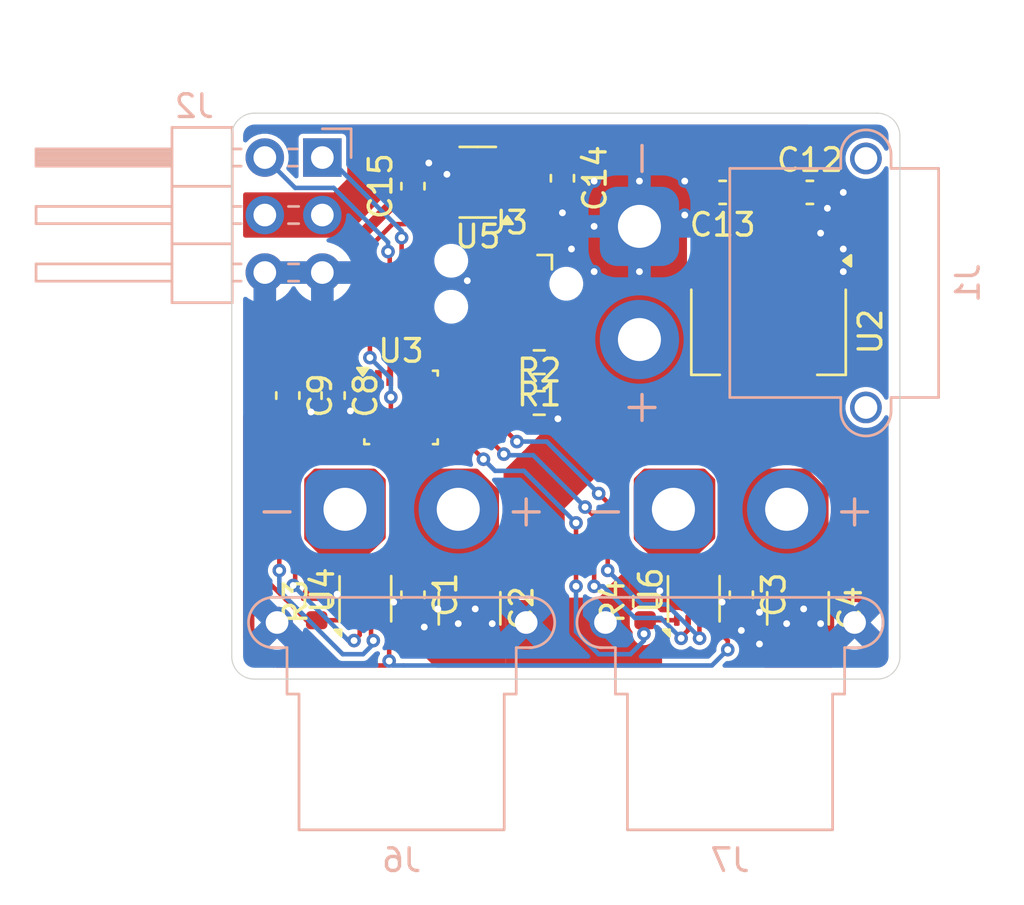
<source format=kicad_pcb>
(kicad_pcb (version 20241229) (generator "pcbnew") (generator_version "9.0")
  (layers (0 "F.Cu" signal) (2 "B.Cu" signal) (13 "F.Paste" user) (15 "B.Paste" user) (5 "F.SilkS" user "F.Silkscreen") (7 "B.SilkS" user "B.Silkscreen") (1 "F.Mask" user) (3 "B.Mask" user) (25 "Edge.Cuts" user))
  (net 0 "")
  (net 1 "GND")
  (net 2 "+BATT")
  (net 3 "+3V3")
  (net 4 "+5V")
  (net 5 "/SWCLK")
  (net 6 "/SWDIO")
  (net 8 "/~{RESET}")
  (net 9 "/BATT_SENSE")
  (net 10 "/DRV1_ISENSE")
  (net 11 "/DRV2_IN1")
  (net 12 "/DRV2_ISENSE")
  (net 14 "/RX_CH2")
  (net 15 "/DRV1_IN1")
  (net 16 "/RX_CH1")
  (net 18 "/DRV1_IN2")
  (net 19 "/DRV2_IN2")
  (net 23 "/DRV1_OUT1")
  (net 24 "/DRV1_OUT2")
  (net 25 "/DRV2_OUT2")
  (net 26 "/DRV2_OUT1")
  (footprint "Capacitor_SMD:C_0603_1608Metric" (layer "F.Cu") (at 145.525 78.5)
    (property "Reference" "C12" (at 0 -1.43 0) (layer "F.SilkS"))
    (property "Value" "22u")
    (pad "1" smd roundrect (at -0.775 0) (size 0.9 0.95) (layers "F.Cu" "F.Mask" "F.Paste") (net 4 "+5V"))
    (pad "2" smd roundrect (at 0.775 0) (size 0.9 0.95) (layers "F.Cu" "F.Mask" "F.Paste") (net 1 "GND"))
  )
  (footprint "Package_DFN_QFN:ST_UFQFPN-20_3x3mm_P0.5mm" (layer "F.Cu") (at 127.475 88)
    (property "Reference" "U3" (at 0 -2.5 0) (layer "F.SilkS"))
    (property "Value" "STM32C011F4Ux")
    (pad "1" smd custom (at -1.475 -1) (size 0.35 0.3) (layers "F.Cu" "F.Mask" "F.Paste") (options (clearance outline) (anchor rect)) (primitives (gr_poly (pts (xy 0.325 0) (xy 0.325 0.15) (xy 0.175 0.15) (xy 0.175 -0.15)) (width 0) (fill yes))))
    (pad "2" smd rect (at -1.3 -0.5) (size 0.7 0.3) (layers "F.Cu" "F.Mask" "F.Paste") (net 3 "+3V3"))
    (pad "3" smd rect (at -1.3 0) (size 0.7 0.3) (layers "F.Cu" "F.Mask" "F.Paste") (net 1 "GND"))
    (pad "4" smd rect (at -1.3 0.5) (size 0.7 0.3) (layers "F.Cu" "F.Mask" "F.Paste") (net 8 "/~{RESET}"))
    (pad "5" smd custom (at -1.475 1) (size 0.35 0.3) (layers "F.Cu" "F.Mask" "F.Paste") (net 10 "/DRV1_ISENSE") (options (clearance outline) (anchor rect)) (primitives (gr_poly (pts (xy 0.325 0) (xy 0.175 0.15) (xy 0.175 -0.15) (xy 0.325 -0.15)) (width 0) (fill yes))))
    (pad "6" smd custom (at -1 1.475) (size 0.3 0.35) (layers "F.Cu" "F.Mask" "F.Paste") (net 15 "/DRV1_IN1") (options (clearance outline) (anchor rect)) (primitives (gr_poly (pts (xy 0.15 -0.175) (xy -0.15 -0.175) (xy 0 -0.325) (xy 0.15 -0.325)) (width 0) (fill yes))))
    (pad "7" smd rect (at -0.5 1.3) (size 0.3 0.7) (layers "F.Cu" "F.Mask" "F.Paste") (net 18 "/DRV1_IN2"))
    (pad "8" smd rect (at 0 1.3) (size 0.3 0.7) (layers "F.Cu" "F.Mask" "F.Paste"))
    (pad "9" smd rect (at 0.5 1.3) (size 0.3 0.7) (layers "F.Cu" "F.Mask" "F.Paste"))
    (pad "10" smd custom (at 1 1.475) (size 0.3 0.35) (layers "F.Cu" "F.Mask" "F.Paste") (options (clearance outline) (anchor rect)) (primitives (gr_poly (pts (xy 0.15 -0.175) (xy -0.15 -0.175) (xy -0.15 -0.325) (xy 0 -0.325)) (width 0) (fill yes))))
    (pad "11" smd custom (at 1.475 1) (size 0.35 0.3) (layers "F.Cu" "F.Mask" "F.Paste") (options (clearance outline) (anchor rect)) (primitives (gr_poly (pts (xy -0.175 0.15) (xy -0.325 0) (xy -0.325 -0.15) (xy -0.175 -0.15)) (width 0) (fill yes))))
    (pad "12" smd rect (at 1.3 0.5) (size 0.7 0.3) (layers "F.Cu" "F.Mask" "F.Paste") (net 12 "/DRV2_ISENSE"))
    (pad "13" smd rect (at 1.3 0) (size 0.7 0.3) (layers "F.Cu" "F.Mask" "F.Paste") (net 19 "/DRV2_IN2"))
    (pad "14" smd rect (at 1.3 -0.5) (size 0.7 0.3) (layers "F.Cu" "F.Mask" "F.Paste") (net 11 "/DRV2_IN1"))
    (pad "15" smd custom (at 1.475 -1) (size 0.35 0.3) (layers "F.Cu" "F.Mask" "F.Paste") (net 9 "/BATT_SENSE") (options (clearance outline) (anchor rect)) (primitives (gr_poly (pts (xy -0.175 0.15) (xy -0.325 0.15) (xy -0.325 0) (xy -0.175 -0.15)) (width 0) (fill yes))))
    (pad "16" smd custom (at 1 -1.475) (size 0.3 0.35) (layers "F.Cu" "F.Mask" "F.Paste") (net 6 "/SWDIO") (options (clearance outline) (anchor rect)) (primitives (gr_poly (pts (xy 0 0.325) (xy -0.15 0.325) (xy -0.15 0.175) (xy 0.15 0.175)) (width 0) (fill yes))))
    (pad "17" smd rect (at 0.5 -1.3) (size 0.3 0.7) (layers "F.Cu" "F.Mask" "F.Paste") (net 5 "/SWCLK"))
    (pad "18" smd rect (at 0 -1.3) (size 0.3 0.7) (layers "F.Cu" "F.Mask" "F.Paste") (net 14 "/RX_CH2"))
    (pad "19" smd rect (at -0.5 -1.3) (size 0.3 0.7) (layers "F.Cu" "F.Mask" "F.Paste") (net 16 "/RX_CH1"))
    (pad "20" smd custom (at -1 -1.475) (size 0.3 0.35) (layers "F.Cu" "F.Mask" "F.Paste") (options (clearance outline) (anchor rect)) (primitives (gr_poly (pts (xy 0.15 0.325) (xy 0 0.325) (xy -0.15 0.175) (xy 0.15 0.175)) (width 0) (fill yes))))
  )
  (footprint "Package_SON:WSON-8-1EP_2x2mm_P0.5mm_EP0.9x1.6mm" (layer "F.Cu") (at 140.4 96.45 90)
    (property "Reference" "U6" (at 0.38 -1.9 90) (layer "F.SilkS"))
    (property "Value" "DRV8231ADSGR")
    (pad "1" smd roundrect (at -0.95 -0.75 90) (size 0.5 0.25) (layers "F.Cu" "F.Mask" "F.Paste") (net 12 "/DRV2_ISENSE"))
    (pad "2" smd roundrect (at -0.95 -0.25 90) (size 0.5 0.25) (layers "F.Cu" "F.Mask" "F.Paste") (net 19 "/DRV2_IN2"))
    (pad "3" smd roundrect (at -0.95 0.25 90) (size 0.5 0.25) (layers "F.Cu" "F.Mask" "F.Paste") (net 11 "/DRV2_IN1"))
    (pad "4" smd roundrect (at -0.95 0.75 90) (size 0.5 0.25) (layers "F.Cu" "F.Mask" "F.Paste") (net 3 "+3V3"))
    (pad "5" smd roundrect (at 0.95 0.75 90) (size 0.5 0.25) (layers "F.Cu" "F.Mask" "F.Paste") (net 2 "+BATT"))
    (pad "6" smd roundrect (at 0.95 0.25 90) (size 0.5 0.25) (layers "F.Cu" "F.Mask" "F.Paste") (net 26 "/DRV2_OUT1"))
    (pad "7" smd roundrect (at 0.95 -0.25 90) (size 0.5 0.25) (layers "F.Cu" "F.Mask" "F.Paste") (net 1 "GND"))
    (pad "8" smd roundrect (at 0.95 -0.75 90) (size 0.5 0.25) (layers "F.Cu" "F.Mask" "F.Paste") (net 25 "/DRV2_OUT2"))
    (pad "9" smd rect (at 0 0 90) (size 0.9 1.6) (layers "F.Cu" "F.Mask") (net 1 "GND"))
  )
  (footprint "Package_TO_SOT_SMD:SOT-23-5" (layer "F.Cu") (at 130.8625 78.05 180)
    (property "Reference" "U5" (at 0 -2.4 0) (layer "F.SilkS"))
    (property "Value" "TLV77133PDBVR")
    (pad "1" smd roundrect (at -1.1375 -0.95 180) (size 1.325 0.6) (layers "F.Cu" "F.Mask" "F.Paste") (net 4 "+5V"))
    (pad "2" smd roundrect (at -1.1375 0 180) (size 1.325 0.6) (layers "F.Cu" "F.Mask" "F.Paste"))
    (pad "3" smd roundrect (at -1.1375 0.95 180) (size 1.325 0.6) (layers "F.Cu" "F.Mask" "F.Paste") (net 4 "+5V"))
    (pad "4" smd roundrect (at 1.1375 0.95 180) (size 1.325 0.6) (layers "F.Cu" "F.Mask" "F.Paste") (net 1 "GND"))
    (pad "5" smd roundrect (at 1.1375 -0.95 180) (size 1.325 0.6) (layers "F.Cu" "F.Mask" "F.Paste") (net 3 "+3V3"))
  )
  (footprint "Package_TO_SOT_SMD:SOT-223-3_TabPin2" (layer "F.Cu") (at 143.7 84.65 -90)
    (property "Reference" "U2" (at 0 -4.5 90) (layer "F.SilkS"))
    (property "Value" "AZ1117-5.0")
    (pad "1" smd roundrect (at -3.15 -2.3 270) (size 2 1.5) (layers "F.Cu" "F.Mask" "F.Paste") (net 1 "GND"))
    (pad "2" smd roundrect (at -3.15 0 270) (size 2 1.5) (layers "F.Cu" "F.Mask" "F.Paste") (net 4 "+5V"))
    (pad "2" smd roundrect (at 3.15 0 270) (size 2 3.8) (layers "F.Cu" "F.Mask" "F.Paste") (net 4 "+5V"))
    (pad "3" smd roundrect (at -3.15 2.3 270) (size 2 1.5) (layers "F.Cu" "F.Mask" "F.Paste") (net 2 "+BATT"))
  )
  (footprint "Resistor_SMD:R_0603_1608Metric" (layer "F.Cu") (at 138.25 96.575 90)
    (property "Reference" "R4" (at 0 -1.43 90) (layer "F.SilkS"))
    (property "Value" "750")
    (pad "1" smd roundrect (at -0.825 0 90) (size 0.8 0.95) (layers "F.Cu" "F.Mask" "F.Paste") (net 12 "/DRV2_ISENSE"))
    (pad "2" smd roundrect (at 0.825 0 90) (size 0.8 0.95) (layers "F.Cu" "F.Mask" "F.Paste") (net 1 "GND"))
  )
  (footprint "Resistor_SMD:R_0603_1608Metric" (layer "F.Cu") (at 133.575 87.8)
    (property "Reference" "R2" (at 0 -1.43 0) (layer "F.SilkS"))
    (property "Value" "10k")
    (pad "1" smd roundrect (at -0.825 0) (size 0.8 0.95) (layers "F.Cu" "F.Mask" "F.Paste") (net 9 "/BATT_SENSE"))
    (pad "2" smd roundrect (at 0.825 0) (size 0.8 0.95) (layers "F.Cu" "F.Mask" "F.Paste") (net 1 "GND"))
  )
  (footprint "Capacitor_SMD:C_0603_1608Metric" (layer "F.Cu") (at 128 78.225 90)
    (property "Reference" "C15" (at 0 -1.43 90) (layer "F.SilkS"))
    (property "Value" "1u")
    (pad "1" smd roundrect (at -0.775 0 90) (size 0.9 0.95) (layers "F.Cu" "F.Mask" "F.Paste") (net 3 "+3V3"))
    (pad "2" smd roundrect (at 0.775 0 90) (size 0.9 0.95) (layers "F.Cu" "F.Mask" "F.Paste") (net 1 "GND"))
  )
  (footprint "Capacitor_SMD:C_0603_1608Metric" (layer "F.Cu") (at 134.6 77.875 -90)
    (property "Reference" "C14" (at 0 -1.43 90) (layer "F.SilkS"))
    (property "Value" "1u")
    (pad "1" smd roundrect (at -0.775 0 270) (size 0.9 0.95) (layers "F.Cu" "F.Mask" "F.Paste") (net 4 "+5V"))
    (pad "2" smd roundrect (at 0.775 0 270) (size 0.9 0.95) (layers "F.Cu" "F.Mask" "F.Paste") (net 1 "GND"))
  )
  (footprint "Capacitor_SMD:C_0603_1608Metric" (layer "F.Cu") (at 141.675 78.5 180)
    (property "Reference" "C13" (at 0 -1.43 0) (layer "F.SilkS"))
    (property "Value" "22u")
    (pad "1" smd roundrect (at -0.775 0 180) (size 0.9 0.95) (layers "F.Cu" "F.Mask" "F.Paste") (net 2 "+BATT"))
    (pad "2" smd roundrect (at 0.775 0 180) (size 0.9 0.95) (layers "F.Cu" "F.Mask" "F.Paste") (net 1 "GND"))
  )
  (footprint "Capacitor_SMD:C_1210_3225Metric" (layer "F.Cu") (at 130.5 96.875 -90)
    (property "Reference" "C2" (at 0 -2.3 90) (layer "F.SilkS"))
    (property "Value" "47u")
    (pad "1" smd roundrect (at -1.475 0 270) (size 1.15 2.7) (layers "F.Cu" "F.Mask" "F.Paste") (roundrect_rratio 0.217391) (net 2 "+BATT"))
    (pad "2" smd roundrect (at 1.475 0 270) (size 1.15 2.7) (layers "F.Cu" "F.Mask" "F.Paste") (roundrect_rratio 0.217391) (net 1 "GND"))
  )
  (footprint "Resistor_SMD:R_0603_1608Metric" (layer "F.Cu") (at 123.75 96.575 90)
    (property "Reference" "R3" (at 0 -0.93 90) (layer "F.SilkS"))
    (property "Value" "750")
    (pad "1" smd roundrect (at -0.825 0 90) (size 0.8 0.95) (layers "F.Cu" "F.Mask" "F.Paste") (net 10 "/DRV1_ISENSE"))
    (pad "2" smd roundrect (at 0.825 0 90) (size 0.8 0.95) (layers "F.Cu" "F.Mask" "F.Paste") (net 1 "GND"))
  )
  (footprint "Capacitor_SMD:C_1210_3225Metric" (layer "F.Cu") (at 145 96.875 -90)
    (property "Reference" "C4" (at 0 -2.3 90) (layer "F.SilkS"))
    (property "Value" "47u")
    (pad "1" smd roundrect (at -1.475 0 270) (size 1.15 2.7) (layers "F.Cu" "F.Mask" "F.Paste") (roundrect_rratio 0.217391) (net 2 "+BATT"))
    (pad "2" smd roundrect (at 1.475 0 270) (size 1.15 2.7) (layers "F.Cu" "F.Mask" "F.Paste") (roundrect_rratio 0.217391) (net 1 "GND"))
  )
  (footprint "Capacitor_SMD:C_0603_1608Metric" (layer "F.Cu") (at 122.475 87.475 -90)
    (property "Reference" "C9" (at 0 -1.43 90) (layer "F.SilkS"))
    (property "Value" "4.7u")
    (pad "1" smd roundrect (at -0.775 0 270) (size 0.9 0.95) (layers "F.Cu" "F.Mask" "F.Paste") (net 3 "+3V3"))
    (pad "2" smd roundrect (at 0.775 0 270) (size 0.9 0.95) (layers "F.Cu" "F.Mask" "F.Paste") (net 1 "GND"))
  )
  (footprint "Connector:Tag-Connect_TC2030-IDC-NL_2x03_P1.27mm_Vertical" (layer "F.Cu") (at 132.23 82.535 180)
    (property "Reference" "J3" (at 0 2.7 0) (layer "F.SilkS"))
    (property "Value" "TC2030-NL")
    (pad "" np_thru_hole circle (at -2.54 0 180) (size 0.9906 0.9906) (drill 0.9906) (layers "*.Cu" "*.Mask"))
    (pad "" np_thru_hole circle (at 2.54 -1.016 180) (size 0.9906 0.9906) (drill 0.9906) (layers "*.Cu" "*.Mask"))
    (pad "" np_thru_hole circle (at 2.54 1.016 180) (size 0.9906 0.9906) (drill 0.9906) (layers "*.Cu" "*.Mask"))
    (pad "1" connect circle (at -1.27 0.635 180) (size 0.7874 0.7874) (layers "F.Cu" "F.Mask") (net 3 "+3V3"))
    (pad "2" connect circle (at -1.27 -0.635 180) (size 0.7874 0.7874) (layers "F.Cu" "F.Mask") (net 6 "/SWDIO"))
    (pad "3" connect circle (at 0 0.635 180) (size 0.7874 0.7874) (layers "F.Cu" "F.Mask") (net 8 "/~{RESET}"))
    (pad "4" connect circle (at 0 -0.635 180) (size 0.7874 0.7874) (layers "F.Cu" "F.Mask") (net 5 "/SWCLK"))
    (pad "5" connect circle (at 1.27 0.635 180) (size 0.7874 0.7874) (layers "F.Cu" "F.Mask") (net 1 "GND"))
    (pad "6" connect circle (at 1.27 -0.635 180) (size 0.7874 0.7874) (layers "F.Cu" "F.Mask"))
    (zone (net 0) (net_name "") (layer "F.Cu") (connect_pads (clearance 0)) (min_thickness 0.254)
      (keepout (tracks allowed) (vias not_allowed) (pads allowed) (copperpour not_allowed) (footprints not_allowed))
      (fill (thermal_gap 0.508) (thermal_bridge_width 0.508))
      (polygon (pts (xy 130.96 83.17) (xy 133.5 83.17) (xy 133.5 81.9) (xy 130.96 81.9)))
    )
  )
  (footprint "Capacitor_SMD:C_0603_1608Metric" (layer "F.Cu") (at 128 96.275 -90)
    (property "Reference" "C1" (at 0 -1.43 90) (layer "F.SilkS"))
    (property "Value" "100n")
    (pad "1" smd roundrect (at -0.775 0 270) (size 0.9 0.95) (layers "F.Cu" "F.Mask" "F.Paste") (net 2 "+BATT"))
    (pad "2" smd roundrect (at 0.775 0 270) (size 0.9 0.95) (layers "F.Cu" "F.Mask" "F.Paste") (net 1 "GND"))
  )
  (footprint "Package_SON:WSON-8-1EP_2x2mm_P0.5mm_EP0.9x1.6mm" (layer "F.Cu") (at 125.9 96.45 90)
    (property "Reference" "U4" (at 0.38 -1.9 90) (layer "F.SilkS"))
    (property "Value" "DRV8231ADSGR")
    (pad "1" smd roundrect (at -0.95 -0.75 90) (size 0.5 0.25) (layers "F.Cu" "F.Mask" "F.Paste") (net 10 "/DRV1_ISENSE"))
    (pad "2" smd roundrect (at -0.95 -0.25 90) (size 0.5 0.25) (layers "F.Cu" "F.Mask" "F.Paste") (net 18 "/DRV1_IN2"))
    (pad "3" smd roundrect (at -0.95 0.25 90) (size 0.5 0.25) (layers "F.Cu" "F.Mask" "F.Paste") (net 15 "/DRV1_IN1"))
    (pad "4" smd roundrect (at -0.95 0.75 90) (size 0.5 0.25) (layers "F.Cu" "F.Mask" "F.Paste") (net 3 "+3V3"))
    (pad "5" smd roundrect (at 0.95 0.75 90) (size 0.5 0.25) (layers "F.Cu" "F.Mask" "F.Paste") (net 2 "+BATT"))
    (pad "6" smd roundrect (at 0.95 0.25 90) (size 0.5 0.25) (layers "F.Cu" "F.Mask" "F.Paste") (net 23 "/DRV1_OUT1"))
    (pad "7" smd roundrect (at 0.95 -0.25 90) (size 0.5 0.25) (layers "F.Cu" "F.Mask" "F.Paste") (net 1 "GND"))
    (pad "8" smd roundrect (at 0.95 -0.75 90) (size 0.5 0.25) (layers "F.Cu" "F.Mask" "F.Paste") (net 24 "/DRV1_OUT2"))
    (pad "9" smd rect (at 0 0 90) (size 0.9 1.6) (layers "F.Cu" "F.Mask") (net 1 "GND"))
  )
  (footprint "Resistor_SMD:R_0603_1608Metric" (layer "F.Cu") (at 133.575 86 180)
    (property "Reference" "R1" (at 0 -1.43 0) (layer "F.SilkS"))
    (property "Value" "30k")
    (pad "1" smd roundrect (at -0.825 0 180) (size 0.8 0.95) (layers "F.Cu" "F.Mask" "F.Paste") (net 2 "+BATT"))
    (pad "2" smd roundrect (at 0.825 0 180) (size 0.8 0.95) (layers "F.Cu" "F.Mask" "F.Paste") (net 9 "/BATT_SENSE"))
  )
  (footprint "Capacitor_SMD:C_0603_1608Metric" (layer "F.Cu") (at 124.475 87.475 -90)
    (property "Reference" "C8" (at 0 -1.43 90) (layer "F.SilkS"))
    (property "Value" "100n")
    (pad "1" smd roundrect (at -0.775 0 270) (size 0.9 0.95) (layers "F.Cu" "F.Mask" "F.Paste") (net 3 "+3V3"))
    (pad "2" smd roundrect (at 0.775 0 270) (size 0.9 0.95) (layers "F.Cu" "F.Mask" "F.Paste") (net 1 "GND"))
  )
  (footprint "Capacitor_SMD:C_0603_1608Metric" (layer "F.Cu") (at 142.5 96.275 -90)
    (property "Reference" "C3" (at 0 -1.43 90) (layer "F.SilkS"))
    (property "Value" "100n")
    (pad "1" smd roundrect (at -0.775 0 270) (size 0.9 0.95) (layers "F.Cu" "F.Mask" "F.Paste") (net 2 "+BATT"))
    (pad "2" smd roundrect (at 0.775 0 270) (size 0.9 0.95) (layers "F.Cu" "F.Mask" "F.Paste") (net 1 "GND"))
  )
  (footprint "Connector_AMASS:AMASS_XT30PW-M_1x02_P2.50mm_Horizontal" (layer "B.Cu") (at 138 80 90)
    (property "Reference" "J1" (at -2.5 14.5 90) (layer "B.SilkS") (effects (justify mirror)))
    (property "Value" "XT30PW-M")
    (fp_text user "-" (at 3 0 90) (layer "B.SilkS") (effects (font (size 1.5 1.5)) (justify mirror)))
    (fp_text user "+" (at -8 0 90) (layer "B.SilkS") (effects (font (size 1.5 1.5)) (justify mirror)))
    (pad "" thru_hole circle (at -8 10 90) (size 1.4 1.4) (drill 1) (layers "*.Cu" "*.Mask"))
    (pad "" thru_hole circle (at 3 10 90) (size 1.4 1.4) (drill 1) (layers "*.Cu" "*.Mask"))
    (pad "1" thru_hole roundrect (at 0 0 90) (size 3.5 3.5) (drill 1.9) (layers "*.Cu" "*.Mask") (roundrect_rratio 0.22) (net 1 "GND"))
    (pad "2" thru_hole circle (at -5 0 90) (size 3.5 3.5) (drill 1.9) (layers "*.Cu" "*.Mask") (net 2 "+BATT"))
  )
  (footprint "Connector_AMASS:AMASS_XT30PW-F_1x02_P2.50mm_Horizontal" (layer "B.Cu") (at 125 92.5)
    (property "Reference" "J6" (at 2.5 15.5 180) (layer "B.SilkS") (effects (justify mirror)))
    (property "Value" "XT30PW-F")
    (fp_text user "-" (at -3 0 180) (layer "B.SilkS") (effects (font (size 1.5 1.5)) (justify mirror)))
    (fp_text user "+" (at 8 0 180) (layer "B.SilkS") (effects (font (size 1.5 1.5)) (justify mirror)))
    (pad "" thru_hole circle (at -3 5 270) (size 1.4 1.4) (drill 1) (layers "*.Cu" "*.Mask") (net 1 "GND"))
    (pad "" thru_hole circle (at 8 5) (size 1.4 1.4) (drill 1) (layers "*.Cu" "*.Mask") (net 1 "GND"))
    (pad "1" thru_hole roundrect (at 0 0) (size 3.5 3.5) (drill 1.9) (layers "*.Cu" "*.Mask") (roundrect_rratio 0.22) (net 24 "/DRV1_OUT2"))
    (pad "2" thru_hole circle (at 5 0) (size 3.5 3.5) (drill 1.9) (layers "*.Cu" "*.Mask") (net 23 "/DRV1_OUT1"))
  )
  (footprint "Connector_PinHeader_2.54mm:PinHeader_2x03_P2.54mm_Horizontal" (layer "B.Cu") (at 124 76.96 180)
    (property "Reference" "J2" (at 5.655 2.27 0) (layer "B.SilkS") (effects (justify mirror)))
    (property "Value" "Conn_02x03_Odd_Even")
    (pad "1" thru_hole rect (at 0 0 180) (size 1.7 1.7) (drill 1) (layers "*.Cu" "*.Mask") (net 14 "/RX_CH2"))
    (pad "2" thru_hole oval (at 2.54 0 180) (size 1.7 1.7) (drill 1) (layers "*.Cu" "*.Mask") (net 16 "/RX_CH1"))
    (pad "3" thru_hole oval (at 0 -2.54 180) (size 1.7 1.7) (drill 1) (layers "*.Cu" "*.Mask") (net 4 "+5V"))
    (pad "4" thru_hole oval (at 2.54 -2.54 180) (size 1.7 1.7) (drill 1) (layers "*.Cu" "*.Mask") (net 4 "+5V"))
    (pad "5" thru_hole oval (at 0 -5.08 180) (size 1.7 1.7) (drill 1) (layers "*.Cu" "*.Mask") (net 1 "GND"))
    (pad "6" thru_hole oval (at 2.54 -5.08 180) (size 1.7 1.7) (drill 1) (layers "*.Cu" "*.Mask") (net 1 "GND"))
  )
  (footprint "Connector_AMASS:AMASS_XT30PW-F_1x02_P2.50mm_Horizontal" (layer "B.Cu") (at 139.5 92.5)
    (property "Reference" "J7" (at 2.5 15.5 180) (layer "B.SilkS") (effects (justify mirror)))
    (property "Value" "XT30PW-F")
    (fp_text user "+" (at 8 0 180) (layer "B.SilkS") (effects (font (size 1.5 1.5)) (justify mirror)))
    (fp_text user "-" (at -3 0 180) (layer "B.SilkS") (effects (font (size 1.5 1.5)) (justify mirror)))
    (pad "" thru_hole circle (at -3 5 270) (size 1.4 1.4) (drill 1) (layers "*.Cu" "*.Mask") (net 1 "GND"))
    (pad "" thru_hole circle (at 8 5) (size 1.4 1.4) (drill 1) (layers "*.Cu" "*.Mask") (net 1 "GND"))
    (pad "1" thru_hole roundrect (at 0 0) (size 3.5 3.5) (drill 1.9) (layers "*.Cu" "*.Mask") (roundrect_rratio 0.22) (net 25 "/DRV2_OUT2"))
    (pad "2" thru_hole circle (at 5 0) (size 3.5 3.5) (drill 1.9) (layers "*.Cu" "*.Mask") (net 26 "/DRV2_OUT1"))
  )
  (gr_line (start 121 75) (end 148.5 75) (stroke (width 0.05)) (layer "Edge.Cuts"))
  (gr_arc (start 121 100) (mid 120.292893 99.707107) (end 120 99) (stroke (width 0.05)) (layer "Edge.Cuts"))
  (gr_arc (start 148.5 75) (mid 149.207107 75.292893) (end 149.5 76) (stroke (width 0.05)) (layer "Edge.Cuts"))
  (gr_line (start 120 99) (end 120 76) (stroke (width 0.05)) (layer "Edge.Cuts"))
  (gr_arc (start 149.5 99) (mid 149.207107 99.707107) (end 148.5 100) (stroke (width 0.05)) (layer "Edge.Cuts"))
  (gr_line (start 148.5 100) (end 121 100) (stroke (width 0.05)) (layer "Edge.Cuts"))
  (gr_arc (start 120 76) (mid 120.292893 75.292893) (end 121 75) (stroke (width 0.05)) (layer "Edge.Cuts"))
  (gr_line (start 149.5 76) (end 149.5 99) (stroke (width 0.05)) (layer "Edge.Cuts"))
  (segment (start 125.395015 88) (end 125.240291 88.154724) (width 0.25) (layer "F.Cu") (net 1))
  (segment (start 122.475 88.25) (end 123.45 88.25) (width 0.5) (layer "F.Cu") (net 1))
  (segment (start 124.475 88.25) (end 123.55 88.25) (width 0.5) (layer "F.Cu") (net 1))
  (segment (start 123.55 88.25) (end 123.5 88.2) (width 0.5) (layer "F.Cu") (net 1))
  (segment (start 124.475 88.25) (end 125.145015 88.25) (width 0.5) (layer "F.Cu") (net 1))
  (segment (start 130.96 81.9) (end 130.9 81.9) (width 0.5) (layer "F.Cu") (net 1))
  (segment (start 130.9 81.9) (end 130.4 82.4) (width 0.5) (layer "F.Cu") (net 1))
  (segment (start 125.145015 88.25) (end 125.240291 88.154724) (width 0.5) (layer "F.Cu") (net 1))
  (segment (start 126.175 88) (end 125.395015 88) (width 0.3) (layer "F.Cu") (net 1))
  (segment (start 134.4 87.8) (end 134.4 88.5) (width 0.5) (layer "F.Cu") (net 1))
  (segment (start 123.45 88.25) (end 123.5 88.2) (width 0.5) (layer "F.Cu") (net 1))
  (via (at 147 78.5) (size 0.6) (drill 0.3) (layers "F.Cu" "B.Cu") (net 1))
  (via (at 147 81) (size 0.6) (drill 0.3) (layers "F.Cu" "B.Cu") (net 1))
  (via (at 136 78) (size 0.6) (drill 0.3) (layers "F.Cu" "B.Cu") (net 1))
  (via (at 146 97.55) (size 0.6) (drill 0.3) (layers "F.Cu" "B.Cu") (net 1))
  (via (at 125.240291 88.154724) (size 0.6) (drill 0.3) (layers "F.Cu" "B.Cu") (net 1))
  (via (at 130.4 82.4) (size 0.6) (drill 0.3) (layers "F.Cu" "B.Cu") (net 1))
  (via (at 138 82) (size 0.6) (drill 0.3) (layers "F.Cu" "B.Cu") (net 1))
  (via (at 130 97.55) (size 0.6) (drill 0.3) (layers "F.Cu" "B.Cu") (net 1))
  (via (at 135 81) (size 0.6) (drill 0.3) (layers "F.Cu" "B.Cu") (net 1))
  (via (at 136 80) (size 0.6) (drill 0.3) (layers "F.Cu" "B.Cu") (net 1))
  (via (at 129.1 96.9) (size 0.6) (drill 0.3) (layers "F.Cu" "B.Cu") (net 1))
  (via (at 134.4 88.5) (size 0.6) (drill 0.3) (layers "F.Cu" "B.Cu") (net 1))
  (via (at 130.75 96.9) (size 0.6) (drill 0.3) (layers "F.Cu" "B.Cu") (net 1))
  (via (at 144.5 97.55) (size 0.6) (drill 0.3) (layers "F.Cu" "B.Cu") (net 1))
  (via (at 128.5 97.7) (size 0.6) (drill 0.3) (layers "F.Cu" "B.Cu") (net 1))
  (via (at 143.3 97.05) (size 0.6) (drill 0.3) (layers "F.Cu" "B.Cu") (net 1))
  (via (at 124.65 96.25) (size 0.6) (drill 0.3) (layers "F.Cu" "B.Cu") (net 1))
  (via (at 141.65 96.6) (size 0.6) (drill 0.3) (layers "F.Cu" "B.Cu") (net 1))
  (via (at 143.3 98.45) (size 0.6) (drill 0.3) (layers "F.Cu" "B.Cu") (net 1))
  (via (at 140 78) (size 0.6) (drill 0.3) (layers "F.Cu" "B.Cu") (net 1))
  (via (at 136 82) (size 0.6) (drill 0.3) (layers "F.Cu" "B.Cu") (net 1))
  (via (at 128.7 77.2) (size 0.6) (drill 0.3) (layers "F.Cu" "B.Cu") (net 1))
  (via (at 145.25 96.9) (size 0.6) (drill 0.3) (layers "F.Cu" "B.Cu") (net 1))
  (via (at 129.5 77.7) (size 0.6) (drill 0.3) (layers "F.Cu" "B.Cu") (net 1))
  (via (at 146 80.3) (size 0.6) (drill 0.3) (layers "F.Cu" "B.Cu") (net 1))
  (via (at 146.3 79.2) (size 0.6) (drill 0.3) (layers "F.Cu" "B.Cu") (net 1))
  (via (at 131.5 97.55) (size 0.6) (drill 0.3) (layers "F.Cu" "B.Cu") (net 1))
  (via (at 123.5 88.2) (size 0.6) (drill 0.3) (layers "F.Cu" "B.Cu") (net 1))
  (via (at 138 78) (size 0.6) (drill 0.3) (layers "F.Cu" "B.Cu") (net 1))
  (via (at 140 79.5) (size 0.6) (drill 0.3) (layers "F.Cu" "B.Cu") (net 1))
  (via (at 147 82) (size 0.6) (drill 0.3) (layers "F.Cu" "B.Cu") (net 1))
  (via (at 138.9 96.1) (size 0.6) (drill 0.3) (layers "F.Cu" "B.Cu") (net 1))
  (via (at 134.6 79.4) (size 0.6) (drill 0.3) (layers "F.Cu" "B.Cu") (net 1))
  (via (at 142.5 97.85) (size 0.6) (drill 0.3) (layers "F.Cu" "B.Cu") (net 1))
  (via (at 127.15 96.6) (size 0.6) (drill 0.3) (layers "F.Cu" "B.Cu") (net 1))
  (segment (start 124.475 86.7) (end 125.281 87.506) (width 0.3) (layer "F.Cu") (net 3))
  (segment (start 128 79) (end 127.1 79) (width 0.5) (layer "F.Cu") (net 3))
  (segment (start 141.9 98.3) (end 141.15 97.55) (width 0.2) (layer "F.Cu") (net 3))
  (segment (start 122.475 86.7) (end 124.475 86.7) (width 0.5) (layer "F.Cu") (net 3))
  (segment (start 126.95 99.2) (end 126.95 98.15) (width 0.2) (layer "F.Cu") (net 3))
  (segment (start 125.5 80.6) (end 125.5 83.675) (width 0.5) (layer "F.Cu") (net 3))
  (segment (start 126.175 87.5) (end 125.683538 87.5) (width 0.3) (layer "F.Cu") (net 3))
  (segment (start 127.1 79) (end 125.5 80.6) (width 0.5) (layer "F.Cu") (net 3))
  (segment (start 141.15 97.55) (end 141.15 97.4) (width 0.2) (layer "F.Cu") (net 3))
  (segment (start 121.999 99.399) (end 121.849 99.249) (width 0.2) (layer "F.Cu") (net 3))
  (segment (start 126.801 99.399) (end 121.999 99.399) (width 0.2) (layer "F.Cu") (net 3))
  (segment (start 125.683538 87.5) (end 125.677538 87.506) (width 0.25) (layer "F.Cu") (net 3))
  (segment (start 120.751 98.151) (end 121.849 99.249) (width 0.5) (layer "F.Cu") (net 3))
  (segment (start 131.4 79.8) (end 133.5 81.9) (width 0.5) (layer "F.Cu") (net 3))
  (segment (start 126.95 98.15) (end 126.65 97.85) (width 0.2) (layer "F.Cu") (net 3))
  (segment (start 129.725 79) (end 130.525 79.8) (width 0.5) (layer "F.Cu") (net 3))
  (segment (start 126.95 99.25) (end 126.801 99.399) (width 0.2) (layer "F.Cu") (net 3))
  (segment (start 125.5 83.675) (end 120.751 88.424) (width 0.5) (layer "F.Cu") (net 3))
  (segment (start 126.95 99.2) (end 126.95 99.25) (width 0.2) (layer "F.Cu") (net 3))
  (segment (start 125.281 87.506) (end 125.677538 87.506) (width 0.3) (layer "F.Cu") (net 3))
  (segment (start 130.525 79.8) (end 131.4 79.8) (width 0.5) (layer "F.Cu") (net 3))
  (segment (start 120.751 88.424) (end 120.751 98.151) (width 0.5) (layer "F.Cu") (net 3))
  (segment (start 141.9 98.7) (end 141.9 98.3) (width 0.2) (layer "F.Cu") (net 3))
  (segment (start 126.65 97.85) (end 126.65 97.4) (width 0.2) (layer "F.Cu") (net 3))
  (via (at 141.9 98.7) (size 0.6) (drill 0.3) (layers "F.Cu" "B.Cu") (net 3))
  (via (at 126.95 99.2) (size 0.6) (drill 0.3) (layers "F.Cu" "B.Cu") (net 3))
  (segment (start 141.201 99.399) (end 141.9 98.7) (width 0.2) (layer "B.Cu") (net 3))
  (segment (start 126.95 99.2) (end 126.95 99.25) (width 0.2) (layer "B.Cu") (net 3))
  (segment (start 126.95 99.25) (end 127.099 99.399) (width 0.2) (layer "B.Cu") (net 3))
  (segment (start 127.099 99.399) (end 127.597 99.399) (width 0.2) (layer "B.Cu") (net 3))
  (segment (start 127.597 99.399) (end 141.201 99.399) (width 0.2) (layer "B.Cu") (net 3))
  (segment (start 130.5 84.9) (end 132.23 83.17) (width 0.2) (layer "F.Cu") (net 5))
  (segment (start 127.975 86.15) (end 129.225 84.9) (width 0.2) (layer "F.Cu") (net 5))
  (segment (start 127.975 86.7) (end 127.975 86.15) (width 0.2) (layer "F.Cu") (net 5))
  (segment (start 129.225 84.9) (end 130.5 84.9) (width 0.2) (layer "F.Cu") (net 5))
  (segment (start 128.475 86.525) (end 128.525 86.525) (width 0.2) (layer "F.Cu") (net 6))
  (segment (start 129.45 85.6) (end 131.07 85.6) (width 0.2) (layer "F.Cu") (net 6))
  (segment (start 131.07 85.6) (end 133.5 83.17) (width 0.2) (layer "F.Cu") (net 6))
  (segment (start 128.525 86.525) (end 129.45 85.6) (width 0.2) (layer "F.Cu") (net 6))
  (segment (start 127.024999 87.550002) (end 127.024999 88.075001) (width 0.2) (layer "F.Cu") (net 8))
  (segment (start 130.83 80.5) (end 132.23 81.9) (width 0.2) (layer "F.Cu") (net 8))
  (segment (start 130.15 80.5) (end 130.83 80.5) (width 0.2) (layer "F.Cu") (net 8))
  (segment (start 127.1 79.9) (end 129.55 79.9) (width 0.2) (layer "F.Cu") (net 8))
  (segment (start 126.1 85.8) (end 126.1 80.9) (width 0.2) (layer "F.Cu") (net 8))
  (segment (start 126.6 88.5) (end 126.175 88.5) (width 0.2) (layer "F.Cu") (net 8))
  (segment (start 129.55 79.9) (end 130.15 80.5) (width 0.2) (layer "F.Cu") (net 8))
  (segment (start 127.024999 88.075001) (end 126.6 88.5) (width 0.2) (layer "F.Cu") (net 8))
  (segment (start 126.1 80.9) (end 127.1 79.9) (width 0.2) (layer "F.Cu") (net 8))
  (via (at 127.024999 87.550002) (size 0.6) (drill 0.3) (layers "F.Cu" "B.Cu") (net 8))
  (via (at 126.1 85.8) (size 0.6) (drill 0.3) (layers "F.Cu" "B.Cu") (net 8))
  (segment (start 126.1 85.8) (end 127.024999 86.724999) (width 0.2) (layer "B.Cu") (net 8))
  (segment (start 127.024999 86.724999) (end 127.024999 87.550002) (width 0.2) (layer "B.Cu") (net 8))
  (segment (start 131.95 87.8) (end 132.75 87.8) (width 0.2) (layer "F.Cu") (net 9))
  (segment (start 128.95 87) (end 131.15 87) (width 0.2) (layer "F.Cu") (net 9))
  (segment (start 132.75 86) (end 132.75 87.8) (width 0.2) (layer "F.Cu") (net 9))
  (segment (start 131.15 87) (end 131.95 87.8) (width 0.2) (layer "F.Cu") (net 9))
  (segment (start 126 89) (end 122.7 89) (width 0.2) (layer "F.Cu") (net 10))
  (segment (start 123.001 97.085372) (end 123.001 97.101) (width 0.2) (layer "F.Cu") (net 10))
  (segment (start 123.75 97.4) (end 125.15 97.4) (width 0.2) (layer "F.Cu") (net 10))
  (segment (start 121.4 95.5) (end 122.399 96.499) (width 0.2) (layer "F.Cu") (net 10))
  (segment (start 122.7 89) (end 121.4 90.3) (width 0.2) (layer "F.Cu") (net 10))
  (segment (start 121.4 90.3) (end 121.4 95.5) (width 0.2) (layer "F.Cu") (net 10))
  (segment (start 122.414628 96.499) (end 123.001 97.085372) (width 0.2) (layer "F.Cu") (net 10))
  (segment (start 123.3 97.4) (end 123.75 97.4) (width 0.2) (layer "F.Cu") (net 10))
  (segment (start 123.001 97.101) (end 123.3 97.4) (width 0.2) (layer "F.Cu") (net 10))
  (segment (start 122.399 96.499) (end 122.414628 96.499) (width 0.2) (layer "F.Cu") (net 10))
  (segment (start 140.655103 98.195154) (end 140.65 98.190051) (width 0.2) (layer "F.Cu") (net 11))
  (segment (start 132.591545 89.508458) (end 132.591461 89.508542) (width 0.2) (layer "F.Cu") (net 11))
  (segment (start 130.57544 87.5) (end 128.775 87.5) (width 0.2) (layer "F.Cu") (net 11))
  (segment (start 136.2 91.8) (end 136.6 92.2) (width 0.2) (layer "F.Cu") (net 11))
  (segment (start 132.591461 89.508542) (end 132.583982 89.508542) (width 0.2) (layer "F.Cu") (net 11))
  (segment (start 132.583982 89.508542) (end 130.57544 87.5) (width 0.2) (layer "F.Cu") (net 11))
  (segment (start 136.6 92.2) (end 136.6 95.2) (width 0.2) (layer "F.Cu") (net 11))
  (segment (start 140.655103 98.199001) (end 140.655103 98.195154) (width 0.2) (layer "F.Cu") (net 11))
  (segment (start 140.65 98.190051) (end 140.65 97.4) (width 0.2) (layer "F.Cu") (net 11))
  (via (at 132.591545 89.508458) (size 0.6) (drill 0.3) (layers "F.Cu" "B.Cu") (net 11))
  (via (at 136.2 91.8) (size 0.6) (drill 0.3) (layers "F.Cu" "B.Cu") (net 11))
  (via (at 136.6 95.2) (size 0.6) (drill 0.3) (layers "F.Cu" "B.Cu") (net 11))
  (via (at 140.655103 98.199001) (size 0.6) (drill 0.3) (layers "F.Cu" "B.Cu") (net 11))
  (segment (start 136.6 95.2) (end 138.1 96.7) (width 0.2) (layer "B.Cu") (net 11))
  (segment (start 139.191992 96.7) (end 140.655103 98.163111) (width 0.2) (layer "B.Cu") (net 11))
  (segment (start 138.1 96.7) (end 139.191992 96.7) (width 0.2) (layer "B.Cu") (net 11))
  (segment (start 133.908458 89.508458) (end 132.591545 89.508458) (width 0.2) (layer "B.Cu") (net 11))
  (segment (start 136.2 91.8) (end 133.908458 89.508458) (width 0.2) (layer "B.Cu") (net 11))
  (segment (start 140.655103 98.163111) (end 140.655103 98.199001) (width 0.2) (layer "B.Cu") (net 11))
  (segment (start 138.25 97.95) (end 138.25 97.4) (width 0.2) (layer "F.Cu") (net 12))
  (segment (start 135.2 93.1) (end 135.2 95.9) (width 0.2) (layer "F.Cu") (net 12))
  (segment (start 129.325 88.5) (end 128.775 88.5) (width 0.2) (layer "F.Cu") (net 12))
  (segment (start 138.25 97.4) (end 139.65 97.4) (width 0.2) (layer "F.Cu") (net 12))
  (segment (start 131.1125 90.2875) (end 129.325 88.5) (width 0.2) (layer "F.Cu") (net 12))
  (segment (start 138.2 98) (end 138.25 97.95) (width 0.2) (layer "F.Cu") (net 12))
  (via (at 131.1125 90.2875) (size 0.6) (drill 0.3) (layers "F.Cu" "B.Cu") (net 12))
  (via (at 135.2 93.1) (size 0.6) (drill 0.3) (layers "F.Cu" "B.Cu") (net 12))
  (via (at 135.2 95.9) (size 0.6) (drill 0.3) (layers "F.Cu" "B.Cu") (net 12))
  (via (at 138.2 98) (size 0.6) (drill 0.3) (layers "F.Cu" "B.Cu") (net 12))
  (segment (start 135.2 93.1) (end 132.9 90.8) (width 0.2) (layer "B.Cu") (net 12))
  (segment (start 135.2 97.9) (end 136.2 98.9) (width 0.2) (layer "B.Cu") (net 12))
  (segment (start 132.9 90.8) (end 131.625 90.8) (width 0.2) (layer "B.Cu") (net 12))
  (segment (start 131.625 90.8) (end 131.1125 90.2875) (width 0.2) (layer "B.Cu") (net 12))
  (segment (start 136.2 98.9) (end 137.6 98.9) (width 0.2) (layer "B.Cu") (net 12))
  (segment (start 137.6 98.9) (end 138.2 98.3) (width 0.2) (layer "B.Cu") (net 12))
  (segment (start 138.2 98.3) (end 138.2 98) (width 0.2) (layer "B.Cu") (net 12))
  (segment (start 135.2 95.9) (end 135.2 97.9) (width 0.2) (layer "B.Cu") (net 12))
  (segment (start 127.5 80.5) (end 127.5 86.675) (width 0.2) (layer "F.Cu") (net 14))
  (segment (start 127.5 86.675) (end 127.475 86.7) (width 0.2) (layer "F.Cu") (net 14))
  (via (at 127.5 80.5) (size 0.6) (drill 0.3) (layers "F.Cu" "B.Cu") (net 14))
  (segment (start 127.5 80.2) (end 124.26 76.96) (width 0.2) (layer "B.Cu") (net 14))
  (segment (start 127.5 80.5) (end 127.5 80.2) (width 0.2) (layer "B.Cu") (net 14))
  (segment (start 124.26 76.96) (end 124 76.96) (width 0.2) (layer "B.Cu") (net 14))
  (segment (start 123.125 89.475) (end 126.475 89.475) (width 0.2) (layer "F.Cu") (net 15))
  (segment (start 122.1 95.2) (end 122.1 90.5) (width 0.2) (layer "F.Cu") (net 15))
  (segment (start 126.250472 98.299) (end 126.15 98.198528) (width 0.2) (layer "F.Cu") (net 15))
  (segment (start 122.1 90.5) (end 123.125 89.475) (width 0.2) (layer "F.Cu") (net 15))
  (segment (start 126.15 98.198528) (end 126.15 97.4) (width 0.2) (layer "F.Cu") (net 15))
  (via (at 126.250472 98.299) (size 0.6) (drill 0.3) (layers "F.Cu" "B.Cu") (net 15))
  (via (at 122.1 95.2) (size 0.6) (drill 0.3) (layers "F.Cu" "B.Cu") (net 15))
  (segment (start 126.250472 98.449528) (end 126.250472 98.299) (width 0.2) (layer "B.Cu") (net 15))
  (segment (start 122.1 95.2) (end 122.1 96.1) (width 0.2) (layer "B.Cu") (net 15))
  (segment (start 124.9 98.9) (end 125.8 98.9) (width 0.2) (layer "B.Cu") (net 15))
  (segment (start 125.8 98.9) (end 126.250472 98.449528) (width 0.2) (layer "B.Cu") (net 15))
  (segment (start 122.1 96.1) (end 124.9 98.9) (width 0.2) (layer "B.Cu") (net 15))
  (segment (start 126.975 81.375) (end 126.975 86.7) (width 0.2) (layer "F.Cu") (net 16))
  (segment (start 126.9 81.3) (end 126.975 81.375) (width 0.2) (layer "F.Cu") (net 16))
  (segment (start 126.9 81.114579) (end 126.9 81.3) (width 0.2) (layer "F.Cu") (net 16))
  (segment (start 126.931 86.656) (end 126.975 86.7) (width 0.2) (layer "F.Cu") (net 16))
  (via (at 126.9 81.114579) (size 0.6) (drill 0.3) (layers "F.Cu" "B.Cu") (net 16))
  (segment (start 122.8 78.3) (end 121.46 76.96) (width 0.2) (layer "B.Cu") (net 16))
  (segment (start 126.9 81.114579) (end 126.9 80.7) (width 0.2) (layer "B.Cu") (net 16))
  (segment (start 126.9 80.7) (end 124.5 78.3) (width 0.2) (layer "B.Cu") (net 16))
  (segment (start 124.5 78.3) (end 122.8 78.3) (width 0.2) (layer "B.Cu") (net 16))
  (segment (start 123.5 90.1) (end 126.6625 90.1) (width 0.2) (layer "F.Cu") (net 18))
  (segment (start 122.712132 95.863603) (end 122.8 95.775735) (width 0.2) (layer "F.Cu") (net 18))
  (segment (start 122.8 95.775735) (end 122.8 90.8) (width 0.2) (layer "F.Cu") (net 18))
  (segment (start 122.8 90.8) (end 123.5 90.1) (width 0.2) (layer "F.Cu") (net 18))
  (segment (start 126.6625 90.1) (end 126.975 89.7875) (width 0.2) (layer "F.Cu") (net 18))
  (segment (start 125.4 98.299) (end 125.65 98.049) (width 0.2) (layer "F.Cu") (net 18))
  (segment (start 125.65 98.049) (end 125.65 97.4) (width 0.2) (layer "F.Cu") (net 18))
  (segment (start 126.975 89.7875) (end 126.975 89.3) (width 0.2) (layer "F.Cu") (net 18))
  (via (at 125.4 98.299) (size 0.6) (drill 0.3) (layers "F.Cu" "B.Cu") (net 18))
  (via (at 122.712132 95.863603) (size 0.6) (drill 0.3) (layers "F.Cu" "B.Cu") (net 18))
  (segment (start 122.712132 95.863603) (end 125.147529 98.299) (width 0.2) (layer "B.Cu") (net 18))
  (segment (start 125.147529 98.299) (end 125.4 98.299) (width 0.2) (layer "B.Cu") (net 18))
  (segment (start 139.841049 98.149059) (end 139.841049 98.199) (width 0.2) (layer "F.Cu") (net 19))
  (segment (start 128.775 88) (end 129.95198 88) (width 0.2) (layer "F.Cu") (net 19))
  (segment (start 129.95198 88) (end 132.013684 90.061704) (width 0.2) (layer "F.Cu") (net 19))
  (segment (start 140.15 97.840108) (end 139.841049 98.149059) (width 0.2) (layer "F.Cu") (net 19))
  (segment (start 136 92.8) (end 136 95.9) (width 0.2) (layer "F.Cu") (net 19))
  (segment (start 135.6 92.4) (end 136 92.8) (width 0.2) (layer "F.Cu") (net 19))
  (segment (start 140.15 97.4) (end 140.15 97.840108) (width 0.2) (layer "F.Cu") (net 19))
  (via (at 135.6 92.4) (size 0.6) (drill 0.3) (layers "F.Cu" "B.Cu") (net 19))
  (via (at 132.013684 90.061704) (size 0.6) (drill 0.3) (layers "F.Cu" "B.Cu") (net 19))
  (via (at 139.841049 98.199) (size 0.6) (drill 0.3) (layers "F.Cu" "B.Cu") (net 19))
  (via (at 136 95.9) (size 0.6) (drill 0.3) (layers "F.Cu" "B.Cu") (net 19))
  (segment (start 135.6 92.4) (end 133.309458 90.109458) (width 0.2) (layer "B.Cu") (net 19))
  (segment (start 136 95.9) (end 136.4 95.9) (width 0.2) (layer "B.Cu") (net 19))
  (segment (start 132.061438 90.109458) (end 132.013684 90.061704) (width 0.2) (layer "B.Cu") (net 19))
  (segment (start 136.4 95.9) (end 137.8 97.3) (width 0.2) (layer "B.Cu") (net 19))
  (segment (start 133.309458 90.109458) (end 132.061438 90.109458) (width 0.2) (layer "B.Cu") (net 19))
  (segment (start 137.8 97.3) (end 138.942049 97.3) (width 0.2) (layer "B.Cu") (net 19))
  (segment (start 138.942049 97.3) (end 139.841049 98.199) (width 0.2) (layer "B.Cu") (net 19))
  (segment (start 128.848846 92.5) (end 130 92.5) (width 0.25) (layer "F.Cu") (net 23))
  (segment (start 125.15 92.65) (end 125 92.5) (width 0.25) (layer "F.Cu") (net 24))
  (zone (net 24) (net_name "/DRV1_OUT2") (layer "F.Cu") (priority 2) (connect_pads yes (clearance 0.2)) (min_thickness 0.2) (fill yes (thermal_gap 0.5) (thermal_bridge_width 0.5))
    (polygon (pts (xy 123.651785 94.283068) (xy 123.2 93.823143) (xy 123.2 91.15) (xy 123.65 90.7) (xy 126.328125 90.7) (xy 126.8 91.171875) (xy 126.8 93.7875) (xy 125.4 95.1) (xy 125.4 95.8) (xy 124.6 95.8) (xy 124.6 95.2)))
  )
  (zone (net 23) (net_name "/DRV1_OUT1") (layer "F.Cu") (priority 2) (connect_pads yes (clearance 0.2)) (min_thickness 0.2) (fill yes (thermal_gap 0.5) (thermal_bridge_width 0.5))
    (polygon (pts (xy 130.85 90.7) (xy 131.8 91.65) (xy 131.8 93.5875) (xy 130.8875 94.5) (xy 127.842858 94.5) (xy 127.2 95) (xy 126.6 95) (xy 126.4 95.2) (xy 126.4 95.8) (xy 125.9 95.8) (xy 125.9 95) (xy 127.1 93.8) (xy 127.1 91.675) (xy 128.075 90.7)))
  )
  (zone (net 3) (net_name "+3V3") (layer "F.Cu") (priority 1) (connect_pads yes (clearance 0.2)) (min_thickness 0.2) (fill yes (thermal_gap 0.5) (thermal_bridge_width 0.5))
    (polygon (pts (xy 127.3 78.35) (xy 130.6 78.35) (xy 130.6 79.5) (xy 128.85 79.5) (xy 128.7 79.65) (xy 127.3 79.65)))
  )
  (zone (net 1) (net_name "GND") (layer "F.Cu") (priority 1) (connect_pads yes (clearance 0.2)) (min_thickness 0.2) (fill yes (thermal_gap 0.5) (thermal_bridge_width 0.5))
    (polygon (pts (xy 137.55 95.1) (xy 138.95 95.1) (xy 138.95 95.85) (xy 139.9 95.85) (xy 139.9 95.25) (xy 140.4 95.25) (xy 140.4 95.85) (xy 141.65 95.85) (xy 142.3 96.4) (xy 146.6 96.4) (xy 146.6 99.5) (xy 143.5 99.5) (xy 141.0375 97.05) (xy 138.9 97.05) (xy 138.9 96.55) (xy 137.55 96.55)))
  )
  (zone (net 1) (net_name "GND") (layer "F.Cu") (priority 4) (connect_pads yes (clearance 0.2)) (min_thickness 0.2) (fill yes (thermal_gap 0.5) (thermal_bridge_width 0.5))
    (polygon (pts (xy 127.3 78.1) (xy 127.3 76.8) (xy 128.7 76.8) (xy 128.9 76.6) (xy 130.6 76.6) (xy 130.6 77.925) (xy 130.425 78.1)))
  )
  (zone (net 2) (net_name "+BATT") (layer "F.Cu") (priority 1) (connect_pads yes (clearance 0.2)) (min_thickness 0.2) (fill yes (thermal_gap 0.5) (thermal_bridge_width 0.5))
    (polygon (pts (xy 146.6 96.8) (xy 149.5 96.8) (xy 149.5 89.2) (xy 141.3 89.2) (xy 141.3 87) (xy 133.8 87) (xy 134.675 87) (xy 135.1 87.425) (xy 135.1 88.575) (xy 134.675 89) (xy 133.8 89) (xy 132 90.8) (xy 132 93.6) (xy 130.8 94.8) (xy 131.775 96.3) (xy 134.7 96.3) (xy 134.7 92.45) (xy 136.65 90.5) (xy 144.5 90.5) (xy 144.5 95.15)))
  )
  (zone (net 2) (net_name "+BATT") (layer "F.Cu") (priority 2) (connect_pads yes (clearance 0.2)) (min_thickness 0.2) (fill yes (thermal_gap 0.5) (thermal_bridge_width 0.5))
    (polygon (pts (xy 126.5 95.75) (xy 126.5 95.2) (xy 127.15 95.2) (xy 127.8 94.7) (xy 132.1 94.7) (xy 132.1 96.3) (xy 127.8 96.3) (xy 127.15 95.75)))
  )
  (zone (net 4) (net_name "+5V") (layer "F.Cu") (priority 1) (connect_pads yes (clearance 0.2)) (min_thickness 0.2) (fill yes (thermal_gap 0.5) (thermal_bridge_width 0.5))
    (polygon (pts (xy 141.5 89) (xy 146 89) (xy 146 84) (xy 144.9 82.9) (xy 144.9 80.1) (xy 145.5 79.5) (xy 145.5 75.5) (xy 143.5 75.5) (xy 125.1 75.5) (xy 125.1 77.9) (xy 124.5 78.5) (xy 120 78.5) (xy 120 80.5) (xy 125 80.5) (xy 128.3 77) (xy 130.8 77) (xy 130.8 79.5) (xy 133.25 79.5) (xy 133.7 79.05) (xy 133.7 77.7) (xy 135.1 77.7) (xy 135.1 77.6) (xy 143.2 77.6) (xy 143.2 79) (xy 142.6 80.45) (xy 142.6 86) (xy 141.5 87)))
  )
  (zone (net 1) (net_name "GND") (layer "F.Cu") (priority 1) (connect_pads yes (clearance 0.2)) (min_thickness 0.2) (fill yes (thermal_gap 0.5) (thermal_bridge_width 0.5))
    (polygon (pts (xy 145.1 80.1) (xy 145.7 79.5) (xy 145.7 77.8) (xy 147.5 77.8) (xy 147.5 82.8) (xy 145.1 82.8)))
  )
  (zone (net 1) (net_name "GND") (layer "F.Cu") (connect_pads yes (clearance 0.2)) (min_thickness 0.2) (fill yes (thermal_gap 0.5) (thermal_bridge_width 0.5))
    (polygon (pts (xy 132.1 96.4) (xy 132.1 100) (xy 139 100) (xy 139 95.1) (xy 137.492292 95.1) (xy 136.092292 96.4)))
  )
  (zone (net 2) (net_name "+BATT") (layer "F.Cu") (priority 1) (connect_pads yes (clearance 0.2)) (min_thickness 0.2) (fill yes (thermal_gap 0.5) (thermal_bridge_width 0.5))
    (polygon (pts (xy 133.8 87) (xy 133.8 85.258225) (xy 135.83327 83) (xy 139.1 83) (xy 140.4 81.7) (xy 140.4 80.3) (xy 141.9 79) (xy 141.9 77.9) (xy 143 77.9) (xy 143 79) (xy 142.4 80.3) (xy 142.4 86) (xy 141.3 87) (xy 136 87)))
  )
  (zone (net 26) (net_name "/DRV2_OUT1") (layer "F.Cu") (priority 2) (connect_pads yes (clearance 0.2)) (min_thickness 0.2) (fill yes (thermal_gap 0.5) (thermal_bridge_width 0.5))
    (polygon (pts (xy 145.4 90.7) (xy 146.35 91.65) (xy 146.35 93.5875) (xy 145.4375 94.5) (xy 142.392858 94.5) (xy 141.75 95) (xy 141.15 95) (xy 140.95 95.2) (xy 140.95 95.8) (xy 140.45 95.8) (xy 140.45 95) (xy 141.65 93.8) (xy 141.65 91.675) (xy 142.625 90.7)))
  )
  (zone (net 2) (net_name "+BATT") (layer "F.Cu") (priority 2) (connect_pads yes (clearance 0.2)) (min_thickness 0.2) (fill yes (thermal_gap 0.5) (thermal_bridge_width 0.5))
    (polygon (pts (xy 141 95.75) (xy 141 95.2) (xy 141.65 95.2) (xy 142.3 94.7) (xy 146.6 94.7) (xy 146.6 96.3) (xy 142.3 96.3) (xy 141.65 95.75)))
  )
  (zone (net 25) (net_name "/DRV2_OUT2") (layer "F.Cu") (priority 2) (connect_pads yes (clearance 0.2)) (min_thickness 0.2) (fill yes (thermal_gap 0.5) (thermal_bridge_width 0.5))
    (polygon (pts (xy 138.201785 94.283068) (xy 137.75 93.823143) (xy 137.75 91.15) (xy 138.2 90.7) (xy 140.878125 90.7) (xy 141.35 91.171875) (xy 141.35 93.7875) (xy 139.95 95.1) (xy 139.95 95.8) (xy 139.15 95.8) (xy 139.15 95.2)))
  )
  (zone (net 1) (net_name "GND") (layer "F.Cu") (priority 1) (connect_pads yes (clearance 0.2)) (min_thickness 0.2) (fill yes (thermal_gap 0.5) (thermal_bridge_width 0.5))
    (polygon (pts (xy 123.05 95.1) (xy 124.45 95.1) (xy 124.45 95.85) (xy 125.4 95.85) (xy 125.4 95.25) (xy 125.9 95.25) (xy 125.9 95.85) (xy 127.15 95.85) (xy 127.8 96.4) (xy 132.1 96.4) (xy 132.1 100) (xy 129.513839 100) (xy 126.5375 97.05) (xy 124.4 97.05) (xy 124.4 96.55) (xy 123.05 96.55)))
  )
  (zone (net 1) (net_name "GND") (layer "F.Cu") (priority 1) (connect_pads yes (clearance 0.2)) (min_thickness 0.2) (fill yes (thermal_gap 0.5) (thermal_bridge_width 0.5))
    (polygon (pts (xy 133.9 77.9) (xy 135.3 77.9) (xy 135.3 77.6) (xy 141.5 77.6) (xy 141.5 79) (xy 140.1 80.2) (xy 140.1 81.7) (xy 139 82.8) (xy 136.1 82.8) (xy 133.9 80.6)))
  )
  (zone (net 1) (net_name "GND") (layer "B.Cu") (priority 6) (connect_pads (clearance 0.2)) (min_thickness 0.2) (fill yes (thermal_gap 0.5) (thermal_bridge_width 1))
    (polygon (pts (xy 110 70) (xy 155 70) (xy 155 110) (xy 110 110)))
  )
)
</source>
